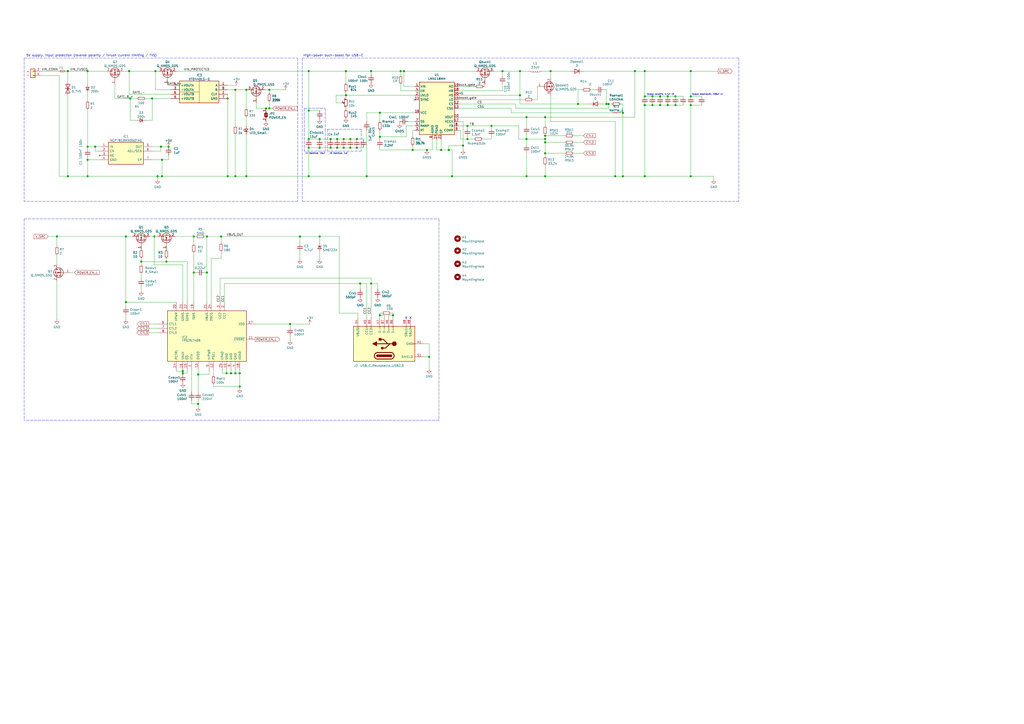
<source format=kicad_sch>
(kicad_sch (version 20210406) (generator eeschema)
  (paper "A2")
  (junction (at 33.02 137.16) (diameter 1.016))
  (junction (at 39.37 41.275) (diameter 1.016))
  (junction (at 39.37 102.235) (diameter 1.016))
  (junction (at 50.8 41.275) (diameter 1.016))
  (junction (at 50.8 85.09) (diameter 1.016))
  (junction (at 50.8 92.71) (diameter 1.016))
  (junction (at 50.8 102.235) (diameter 1.016))
  (junction (at 55.245 85.09) (diameter 1.016))
  (junction (at 73.025 137.16) (diameter 1.016))
  (junction (at 73.025 175.26) (diameter 1.016))
  (junction (at 74.93 41.275) (diameter 1.016))
  (junction (at 75.565 57.15) (diameter 1.016))
  (junction (at 81.915 151.765) (diameter 1.016))
  (junction (at 88.265 57.15) (diameter 1.016))
  (junction (at 89.535 137.16) (diameter 1.016))
  (junction (at 90.17 41.275) (diameter 1.016))
  (junction (at 91.44 102.235) (diameter 1.016))
  (junction (at 93.345 85.09) (diameter 1.016))
  (junction (at 93.98 92.71) (diameter 1.016))
  (junction (at 93.98 102.235) (diameter 1.016))
  (junction (at 96.52 151.765) (diameter 1.016))
  (junction (at 97.79 85.09) (diameter 1.016))
  (junction (at 106.045 215.265) (diameter 1.016))
  (junction (at 106.045 216.535) (diameter 1.016))
  (junction (at 112.395 137.16) (diameter 1.016))
  (junction (at 112.395 158.115) (diameter 1.016))
  (junction (at 114.935 217.17) (diameter 1.016))
  (junction (at 114.935 234.315) (diameter 1.016))
  (junction (at 120.015 137.16) (diameter 1.016))
  (junction (at 120.015 158.115) (diameter 1.016))
  (junction (at 128.27 137.16) (diameter 1.016))
  (junction (at 131.445 216.535) (diameter 1.016))
  (junction (at 132.08 57.15) (diameter 1.016))
  (junction (at 132.08 102.235) (diameter 1.016))
  (junction (at 133.985 216.535) (diameter 1.016))
  (junction (at 136.525 52.07) (diameter 1.016))
  (junction (at 136.525 102.235) (diameter 1.016))
  (junction (at 136.525 216.535) (diameter 1.016))
  (junction (at 139.065 216.535) (diameter 1.016))
  (junction (at 139.065 224.155) (diameter 1.016))
  (junction (at 142.875 52.07) (diameter 1.016))
  (junction (at 142.875 102.235) (diameter 1.016))
  (junction (at 154.305 62.865) (diameter 1.016))
  (junction (at 156.21 52.07) (diameter 1.016))
  (junction (at 156.21 62.865) (diameter 1.016))
  (junction (at 168.275 187.96) (diameter 1.016))
  (junction (at 173.99 137.16) (diameter 1.016))
  (junction (at 179.07 41.275) (diameter 1.016))
  (junction (at 179.07 64.135) (diameter 1.016))
  (junction (at 179.07 80.645) (diameter 1.016))
  (junction (at 179.07 85.725) (diameter 1.016))
  (junction (at 179.07 102.235) (diameter 1.016))
  (junction (at 185.42 80.645) (diameter 1.016))
  (junction (at 185.42 85.725) (diameter 1.016))
  (junction (at 185.42 137.16) (diameter 1.016))
  (junction (at 191.77 80.645) (diameter 1.016))
  (junction (at 191.77 85.725) (diameter 1.016))
  (junction (at 195.58 80.645) (diameter 1.016))
  (junction (at 195.58 85.725) (diameter 1.016))
  (junction (at 199.39 80.645) (diameter 1.016))
  (junction (at 199.39 85.725) (diameter 1.016))
  (junction (at 200.66 41.275) (diameter 1.016))
  (junction (at 200.66 55.245) (diameter 1.016))
  (junction (at 203.2 80.645) (diameter 1.016))
  (junction (at 203.2 85.725) (diameter 1.016))
  (junction (at 207.01 80.645) (diameter 1.016))
  (junction (at 207.01 85.725) (diameter 1.016))
  (junction (at 208.915 164.465) (diameter 1.016))
  (junction (at 212.725 102.235) (diameter 1.016))
  (junction (at 215.265 41.275) (diameter 1.016))
  (junction (at 215.265 164.465) (diameter 1.016))
  (junction (at 220.345 65.405) (diameter 1.016))
  (junction (at 220.345 79.375) (diameter 1.016))
  (junction (at 220.345 182.88) (diameter 1.016))
  (junction (at 227.965 182.88) (diameter 1.016))
  (junction (at 232.41 41.275) (diameter 1.016))
  (junction (at 234.315 41.275) (diameter 1.016))
  (junction (at 239.395 86.995) (diameter 1.016))
  (junction (at 247.65 86.995) (diameter 1.016))
  (junction (at 248.92 207.01) (diameter 1.016))
  (junction (at 255.905 86.995) (diameter 1.016))
  (junction (at 260.35 86.995) (diameter 1.016))
  (junction (at 262.255 102.235) (diameter 1.016))
  (junction (at 268.605 84.455) (diameter 1.016))
  (junction (at 271.145 73.025) (diameter 1.016))
  (junction (at 271.145 80.645) (diameter 1.016))
  (junction (at 285.115 73.025) (diameter 1.016))
  (junction (at 291.465 41.275) (diameter 1.016))
  (junction (at 301.625 41.275) (diameter 1.016))
  (junction (at 301.625 55.245) (diameter 1.016))
  (junction (at 305.435 67.945) (diameter 1.016))
  (junction (at 305.435 80.645) (diameter 1.016))
  (junction (at 305.435 102.235) (diameter 1.016))
  (junction (at 316.23 67.945) (diameter 1.016))
  (junction (at 316.23 78.74) (diameter 1.016))
  (junction (at 316.23 80.645) (diameter 1.016))
  (junction (at 316.23 82.55) (diameter 1.016))
  (junction (at 316.23 88.9) (diameter 1.016))
  (junction (at 316.23 102.235) (diameter 1.016))
  (junction (at 319.405 41.275) (diameter 1.016))
  (junction (at 335.28 60.325) (diameter 1.016))
  (junction (at 351.79 60.325) (diameter 1.016))
  (junction (at 353.06 60.325) (diameter 1.016))
  (junction (at 356.87 102.235) (diameter 1.016))
  (junction (at 361.315 65.405) (diameter 1.016))
  (junction (at 361.315 102.235) (diameter 1.016))
  (junction (at 368.3 41.275) (diameter 1.016))
  (junction (at 374.015 41.275) (diameter 1.016))
  (junction (at 374.015 55.88) (diameter 1.016))
  (junction (at 374.015 60.96) (diameter 1.016))
  (junction (at 374.015 102.235) (diameter 1.016))
  (junction (at 378.46 55.88) (diameter 1.016))
  (junction (at 378.46 60.96) (diameter 1.016))
  (junction (at 382.905 55.88) (diameter 1.016))
  (junction (at 382.905 60.96) (diameter 1.016))
  (junction (at 387.35 55.88) (diameter 1.016))
  (junction (at 387.35 60.96) (diameter 1.016))
  (junction (at 391.795 55.88) (diameter 1.016))
  (junction (at 391.795 60.96) (diameter 1.016))
  (junction (at 400.685 41.275) (diameter 1.016))
  (junction (at 400.685 55.88) (diameter 1.016))
  (junction (at 400.685 60.96) (diameter 1.016))
  (junction (at 400.685 102.235) (diameter 1.016))
  (no_connect (at 235.585 184.15))
  (no_connect (at 238.125 184.15))
  (no_connect (at 240.665 57.785))
  (wire (pts (xy 24.13 41.275) (xy 33.655 41.275)))
  (wire (pts (xy 24.13 43.815) (xy 34.29 43.815)))
  (wire (pts (xy 27.94 137.16) (xy 33.02 137.16)))
  (wire (pts (xy 33.02 137.16) (xy 33.02 142.875)))
  (wire (pts (xy 33.02 137.16) (xy 73.025 137.16)))
  (wire (pts (xy 33.02 147.955) (xy 33.02 153.035)))
  (wire (pts (xy 33.02 163.195) (xy 33.02 185.42)))
  (wire (pts (xy 34.29 43.815) (xy 34.29 102.235)))
  (wire (pts (xy 34.29 102.235) (xy 39.37 102.235)))
  (wire (pts (xy 38.735 41.275) (xy 39.37 41.275)))
  (wire (pts (xy 39.37 41.275) (xy 39.37 47.625)))
  (wire (pts (xy 39.37 41.275) (xy 50.8 41.275)))
  (wire (pts (xy 39.37 55.245) (xy 39.37 102.235)))
  (wire (pts (xy 39.37 102.235) (xy 50.8 102.235)))
  (wire (pts (xy 40.64 158.115) (xy 43.18 158.115)))
  (wire (pts (xy 50.8 41.275) (xy 50.8 48.895)))
  (wire (pts (xy 50.8 41.275) (xy 61.595 41.275)))
  (wire (pts (xy 50.8 53.975) (xy 50.8 58.42)))
  (wire (pts (xy 50.8 63.5) (xy 50.8 85.09)))
  (wire (pts (xy 50.8 85.09) (xy 50.8 86.36)))
  (wire (pts (xy 50.8 85.09) (xy 55.245 85.09)))
  (wire (pts (xy 50.8 91.44) (xy 50.8 92.71)))
  (wire (pts (xy 50.8 92.71) (xy 50.8 102.235)))
  (wire (pts (xy 50.8 92.71) (xy 57.785 92.71)))
  (wire (pts (xy 50.8 102.235) (xy 91.44 102.235)))
  (wire (pts (xy 55.245 85.09) (xy 57.785 85.09)))
  (wire (pts (xy 55.245 87.63) (xy 55.245 85.09)))
  (wire (pts (xy 57.785 87.63) (xy 55.245 87.63)))
  (wire (pts (xy 66.675 57.15) (xy 66.675 48.895)))
  (wire (pts (xy 66.675 57.15) (xy 75.565 57.15)))
  (wire (pts (xy 71.755 41.275) (xy 74.93 41.275)))
  (wire (pts (xy 73.025 137.16) (xy 76.835 137.16)))
  (wire (pts (xy 73.025 175.26) (xy 73.025 137.16)))
  (wire (pts (xy 73.025 175.26) (xy 73.025 177.8)))
  (wire (pts (xy 73.025 182.88) (xy 73.025 185.42)))
  (wire (pts (xy 74.93 41.275) (xy 74.93 54.61)))
  (wire (pts (xy 74.93 41.275) (xy 90.17 41.275)))
  (wire (pts (xy 74.93 54.61) (xy 99.06 54.61)))
  (wire (pts (xy 75.565 57.15) (xy 79.375 57.15)))
  (wire (pts (xy 75.565 69.85) (xy 75.565 57.15)))
  (wire (pts (xy 79.375 69.85) (xy 75.565 69.85)))
  (wire (pts (xy 81.915 149.86) (xy 81.915 151.765)))
  (wire (pts (xy 81.915 151.765) (xy 81.915 153.67)))
  (wire (pts (xy 81.915 158.75) (xy 81.915 161.29)))
  (wire (pts (xy 81.915 166.37) (xy 81.915 168.91)))
  (wire (pts (xy 84.455 57.15) (xy 88.265 57.15)))
  (wire (pts (xy 84.455 69.85) (xy 88.265 69.85)))
  (wire (pts (xy 86.36 187.96) (xy 92.075 187.96)))
  (wire (pts (xy 86.36 190.5) (xy 92.075 190.5)))
  (wire (pts (xy 86.36 193.04) (xy 92.075 193.04)))
  (wire (pts (xy 86.995 137.16) (xy 89.535 137.16)))
  (wire (pts (xy 88.265 57.15) (xy 99.06 57.15)))
  (wire (pts (xy 88.265 69.85) (xy 88.265 57.15)))
  (wire (pts (xy 88.265 85.09) (xy 93.345 85.09)))
  (wire (pts (xy 88.265 87.63) (xy 93.345 87.63)))
  (wire (pts (xy 88.265 92.71) (xy 93.98 92.71)))
  (wire (pts (xy 89.535 137.16) (xy 89.535 153.67)))
  (wire (pts (xy 89.535 137.16) (xy 91.44 137.16)))
  (wire (pts (xy 89.535 153.67) (xy 106.045 153.67)))
  (wire (pts (xy 90.17 41.275) (xy 92.075 41.275)))
  (wire (pts (xy 90.17 52.07) (xy 90.17 41.275)))
  (wire (pts (xy 90.17 52.07) (xy 99.06 52.07)))
  (wire (pts (xy 91.44 102.235) (xy 91.44 104.14)))
  (wire (pts (xy 91.44 102.235) (xy 93.98 102.235)))
  (wire (pts (xy 93.345 85.09) (xy 97.79 85.09)))
  (wire (pts (xy 93.345 87.63) (xy 93.345 85.09)))
  (wire (pts (xy 93.98 92.71) (xy 93.98 102.235)))
  (wire (pts (xy 93.98 92.71) (xy 97.79 92.71)))
  (wire (pts (xy 93.98 102.235) (xy 132.08 102.235)))
  (wire (pts (xy 96.52 149.86) (xy 96.52 151.765)))
  (wire (pts (xy 96.52 151.765) (xy 81.915 151.765)))
  (wire (pts (xy 96.52 151.765) (xy 108.585 151.765)))
  (wire (pts (xy 97.155 48.895) (xy 97.155 49.53)))
  (wire (pts (xy 97.155 49.53) (xy 99.06 49.53)))
  (wire (pts (xy 97.79 92.71) (xy 97.79 90.17)))
  (wire (pts (xy 101.6 137.16) (xy 112.395 137.16)))
  (wire (pts (xy 102.235 41.275) (xy 179.07 41.275)))
  (wire (pts (xy 102.235 175.26) (xy 73.025 175.26)))
  (wire (pts (xy 102.235 214.63) (xy 102.235 215.265)))
  (wire (pts (xy 102.235 215.265) (xy 106.045 215.265)))
  (wire (pts (xy 106.045 153.67) (xy 106.045 175.26)))
  (wire (pts (xy 106.045 214.63) (xy 106.045 215.265)))
  (wire (pts (xy 106.045 215.265) (xy 106.045 216.535)))
  (wire (pts (xy 106.045 216.535) (xy 106.045 217.17)))
  (wire (pts (xy 108.585 175.26) (xy 108.585 151.765)))
  (wire (pts (xy 108.585 214.63) (xy 108.585 216.535)))
  (wire (pts (xy 108.585 216.535) (xy 106.045 216.535)))
  (wire (pts (xy 111.125 214.63) (xy 111.125 227.33)))
  (wire (pts (xy 111.125 232.41) (xy 111.125 234.315)))
  (wire (pts (xy 111.125 234.315) (xy 114.935 234.315)))
  (wire (pts (xy 112.395 137.16) (xy 112.395 141.605)))
  (wire (pts (xy 112.395 137.16) (xy 113.665 137.16)))
  (wire (pts (xy 112.395 146.685) (xy 112.395 158.115)))
  (wire (pts (xy 112.395 158.115) (xy 112.395 175.26)))
  (wire (pts (xy 112.395 158.115) (xy 113.665 158.115)))
  (wire (pts (xy 114.935 214.63) (xy 114.935 217.17)))
  (wire (pts (xy 114.935 217.17) (xy 114.935 227.33)))
  (wire (pts (xy 114.935 232.41) (xy 114.935 234.315)))
  (wire (pts (xy 114.935 234.315) (xy 114.935 236.22)))
  (wire (pts (xy 118.745 137.16) (xy 120.015 137.16)))
  (wire (pts (xy 118.745 158.115) (xy 120.015 158.115)))
  (wire (pts (xy 120.015 137.16) (xy 120.015 158.115)))
  (wire (pts (xy 120.015 137.16) (xy 128.27 137.16)))
  (wire (pts (xy 120.015 158.115) (xy 120.015 175.26)))
  (wire (pts (xy 121.285 214.63) (xy 121.285 217.17)))
  (wire (pts (xy 121.285 217.17) (xy 114.935 217.17)))
  (wire (pts (xy 122.555 149.86) (xy 128.27 149.86)))
  (wire (pts (xy 122.555 175.26) (xy 122.555 149.86)))
  (wire (pts (xy 123.825 214.63) (xy 123.825 217.805)))
  (wire (pts (xy 123.825 222.885) (xy 123.825 224.155)))
  (wire (pts (xy 123.825 224.155) (xy 139.065 224.155)))
  (wire (pts (xy 127.635 161.29) (xy 127.635 175.26)))
  (wire (pts (xy 127.635 161.29) (xy 215.265 161.29)))
  (wire (pts (xy 128.27 137.16) (xy 128.27 140.97)))
  (wire (pts (xy 128.27 146.05) (xy 128.27 149.86)))
  (wire (pts (xy 128.905 214.63) (xy 128.905 216.535)))
  (wire (pts (xy 128.905 216.535) (xy 131.445 216.535)))
  (wire (pts (xy 130.175 164.465) (xy 130.175 175.26)))
  (wire (pts (xy 131.445 214.63) (xy 131.445 216.535)))
  (wire (pts (xy 131.445 216.535) (xy 133.985 216.535)))
  (wire (pts (xy 132.08 49.53) (xy 137.16 49.53)))
  (wire (pts (xy 132.08 52.07) (xy 136.525 52.07)))
  (wire (pts (xy 132.08 54.61) (xy 132.08 57.15)))
  (wire (pts (xy 132.08 57.15) (xy 132.08 102.235)))
  (wire (pts (xy 132.08 102.235) (xy 136.525 102.235)))
  (wire (pts (xy 133.985 214.63) (xy 133.985 216.535)))
  (wire (pts (xy 133.985 216.535) (xy 136.525 216.535)))
  (wire (pts (xy 136.525 52.07) (xy 136.525 73.025)))
  (wire (pts (xy 136.525 52.07) (xy 142.875 52.07)))
  (wire (pts (xy 136.525 78.105) (xy 136.525 102.235)))
  (wire (pts (xy 136.525 102.235) (xy 142.875 102.235)))
  (wire (pts (xy 136.525 214.63) (xy 136.525 216.535)))
  (wire (pts (xy 136.525 216.535) (xy 139.065 216.535)))
  (wire (pts (xy 139.065 214.63) (xy 139.065 216.535)))
  (wire (pts (xy 139.065 216.535) (xy 139.065 224.155)))
  (wire (pts (xy 139.065 224.155) (xy 139.065 225.425)))
  (wire (pts (xy 142.875 52.07) (xy 143.51 52.07)))
  (wire (pts (xy 142.875 62.865) (xy 142.875 52.07)))
  (wire (pts (xy 142.875 67.945) (xy 142.875 73.025)))
  (wire (pts (xy 142.875 78.105) (xy 142.875 102.235)))
  (wire (pts (xy 142.875 102.235) (xy 179.07 102.235)))
  (wire (pts (xy 147.955 187.96) (xy 168.275 187.96)))
  (wire (pts (xy 148.59 62.865) (xy 148.59 59.69)))
  (wire (pts (xy 148.59 62.865) (xy 154.305 62.865)))
  (wire (pts (xy 153.67 52.07) (xy 156.21 52.07)))
  (wire (pts (xy 154.305 62.865) (xy 156.21 62.865)))
  (wire (pts (xy 156.21 52.07) (xy 156.21 53.975)))
  (wire (pts (xy 156.21 52.07) (xy 165.735 52.07)))
  (wire (pts (xy 156.21 59.055) (xy 156.21 62.865)))
  (wire (pts (xy 156.21 62.865) (xy 158.115 62.865)))
  (wire (pts (xy 168.275 187.96) (xy 168.275 189.865)))
  (wire (pts (xy 168.275 187.96) (xy 179.705 187.96)))
  (wire (pts (xy 168.275 194.945) (xy 168.275 197.485)))
  (wire (pts (xy 173.99 137.16) (xy 128.27 137.16)))
  (wire (pts (xy 173.99 137.16) (xy 173.99 140.97)))
  (wire (pts (xy 173.99 146.05) (xy 173.99 150.495)))
  (wire (pts (xy 179.07 41.275) (xy 179.07 64.135)))
  (wire (pts (xy 179.07 41.275) (xy 200.66 41.275)))
  (wire (pts (xy 179.07 64.135) (xy 179.07 80.645)))
  (wire (pts (xy 179.07 64.135) (xy 185.42 64.135)))
  (wire (pts (xy 179.07 80.645) (xy 185.42 80.645)))
  (wire (pts (xy 179.07 85.725) (xy 179.07 102.235)))
  (wire (pts (xy 179.07 85.725) (xy 185.42 85.725)))
  (wire (pts (xy 179.07 102.235) (xy 212.725 102.235)))
  (wire (pts (xy 185.42 80.645) (xy 191.77 80.645)))
  (wire (pts (xy 185.42 85.725) (xy 191.77 85.725)))
  (wire (pts (xy 185.42 137.16) (xy 173.99 137.16)))
  (wire (pts (xy 185.42 137.16) (xy 185.42 140.97)))
  (wire (pts (xy 185.42 146.05) (xy 185.42 150.495)))
  (wire (pts (xy 191.77 80.645) (xy 195.58 80.645)))
  (wire (pts (xy 191.77 85.725) (xy 195.58 85.725)))
  (wire (pts (xy 194.945 55.245) (xy 200.66 55.245)))
  (wire (pts (xy 194.945 59.69) (xy 194.945 55.245)))
  (wire (pts (xy 195.58 80.645) (xy 199.39 80.645)))
  (wire (pts (xy 195.58 85.725) (xy 199.39 85.725)))
  (wire (pts (xy 196.85 137.16) (xy 185.42 137.16)))
  (wire (pts (xy 196.85 137.16) (xy 196.85 181.61)))
  (wire (pts (xy 198.12 59.69) (xy 194.945 59.69)))
  (wire (pts (xy 199.39 80.645) (xy 203.2 80.645)))
  (wire (pts (xy 199.39 85.725) (xy 203.2 85.725)))
  (wire (pts (xy 200.66 41.275) (xy 200.66 48.26)))
  (wire (pts (xy 200.66 41.275) (xy 215.265 41.275)))
  (wire (pts (xy 200.66 53.34) (xy 200.66 55.245)))
  (wire (pts (xy 200.66 55.245) (xy 200.66 57.15)))
  (wire (pts (xy 200.66 55.245) (xy 240.665 55.245)))
  (wire (pts (xy 200.66 62.23) (xy 200.66 63.5)))
  (wire (pts (xy 203.2 80.645) (xy 207.01 80.645)))
  (wire (pts (xy 203.2 85.725) (xy 207.01 85.725)))
  (wire (pts (xy 207.01 80.645) (xy 210.82 80.645)))
  (wire (pts (xy 207.01 85.725) (xy 210.82 85.725)))
  (wire (pts (xy 207.645 181.61) (xy 196.85 181.61)))
  (wire (pts (xy 207.645 184.15) (xy 207.645 181.61)))
  (wire (pts (xy 208.915 164.465) (xy 130.175 164.465)))
  (wire (pts (xy 208.915 164.465) (xy 208.915 167.64)))
  (wire (pts (xy 212.725 65.405) (xy 212.725 70.485)))
  (wire (pts (xy 212.725 65.405) (xy 220.345 65.405)))
  (wire (pts (xy 212.725 75.565) (xy 212.725 102.235)))
  (wire (pts (xy 212.725 102.235) (xy 262.255 102.235)))
  (wire (pts (xy 212.725 164.465) (xy 208.915 164.465)))
  (wire (pts (xy 212.725 164.465) (xy 212.725 184.15)))
  (wire (pts (xy 215.265 41.275) (xy 215.265 43.18)))
  (wire (pts (xy 215.265 41.275) (xy 232.41 41.275)))
  (wire (pts (xy 215.265 161.29) (xy 215.265 164.465)))
  (wire (pts (xy 215.265 164.465) (xy 215.265 184.15)))
  (wire (pts (xy 219.075 164.465) (xy 215.265 164.465)))
  (wire (pts (xy 219.075 167.64) (xy 219.075 164.465)))
  (wire (pts (xy 220.345 65.405) (xy 240.665 65.405)))
  (wire (pts (xy 220.345 70.485) (xy 220.345 65.405)))
  (wire (pts (xy 220.345 79.375) (xy 220.345 75.565)))
  (wire (pts (xy 220.345 80.645) (xy 220.345 79.375)))
  (wire (pts (xy 220.345 86.995) (xy 220.345 85.725)))
  (wire (pts (xy 220.345 181.61) (xy 220.345 182.88)))
  (wire (pts (xy 220.345 182.88) (xy 220.345 184.15)))
  (wire (pts (xy 220.345 182.88) (xy 222.885 182.88)))
  (wire (pts (xy 221.615 181.61) (xy 220.345 181.61)))
  (wire (pts (xy 222.885 184.15) (xy 222.885 182.88)))
  (wire (pts (xy 225.425 182.88) (xy 227.965 182.88)))
  (wire (pts (xy 225.425 184.15) (xy 225.425 182.88)))
  (wire (pts (xy 226.695 181.61) (xy 227.965 181.61)))
  (wire (pts (xy 227.965 181.61) (xy 227.965 182.88)))
  (wire (pts (xy 227.965 182.88) (xy 227.965 184.15)))
  (wire (pts (xy 231.775 71.755) (xy 231.775 70.485)))
  (wire (pts (xy 232.41 41.275) (xy 232.41 43.815)))
  (wire (pts (xy 232.41 41.275) (xy 234.315 41.275)))
  (wire (pts (xy 232.41 48.895) (xy 232.41 52.705)))
  (wire (pts (xy 232.41 52.705) (xy 240.665 52.705)))
  (wire (pts (xy 234.315 41.275) (xy 276.225 41.275)))
  (wire (pts (xy 234.315 50.165) (xy 234.315 41.275)))
  (wire (pts (xy 234.315 50.165) (xy 240.665 50.165)))
  (wire (pts (xy 235.585 73.025) (xy 235.585 79.375)))
  (wire (pts (xy 235.585 79.375) (xy 220.345 79.375)))
  (wire (pts (xy 236.855 70.485) (xy 240.665 70.485)))
  (wire (pts (xy 239.395 75.565) (xy 240.665 75.565)))
  (wire (pts (xy 239.395 79.375) (xy 239.395 75.565)))
  (wire (pts (xy 239.395 84.455) (xy 239.395 86.995)))
  (wire (pts (xy 239.395 86.995) (xy 220.345 86.995)))
  (wire (pts (xy 239.395 86.995) (xy 247.65 86.995)))
  (wire (pts (xy 240.665 73.025) (xy 235.585 73.025)))
  (wire (pts (xy 245.745 199.39) (xy 248.92 199.39)))
  (wire (pts (xy 245.745 207.01) (xy 248.92 207.01)))
  (wire (pts (xy 247.65 86.995) (xy 250.825 86.995)))
  (wire (pts (xy 248.92 199.39) (xy 248.92 207.01)))
  (wire (pts (xy 248.92 207.01) (xy 248.92 213.995)))
  (wire (pts (xy 250.825 80.645) (xy 250.825 86.995)))
  (wire (pts (xy 253.365 80.645) (xy 253.365 86.995)))
  (wire (pts (xy 253.365 86.995) (xy 255.905 86.995)))
  (wire (pts (xy 255.905 80.645) (xy 255.905 86.995)))
  (wire (pts (xy 255.905 86.995) (xy 260.35 86.995)))
  (wire (pts (xy 260.35 84.455) (xy 260.35 86.995)))
  (wire (pts (xy 260.35 84.455) (xy 268.605 84.455)))
  (wire (pts (xy 260.35 86.995) (xy 262.255 86.995)))
  (wire (pts (xy 262.255 86.995) (xy 262.255 102.235)))
  (wire (pts (xy 262.255 102.235) (xy 305.435 102.235)))
  (wire (pts (xy 266.065 50.165) (xy 275.59 50.165)))
  (wire (pts (xy 266.065 55.245) (xy 301.625 55.245)))
  (wire (pts (xy 266.065 57.785) (xy 304.165 57.785)))
  (wire (pts (xy 266.065 60.325) (xy 299.085 60.325)))
  (wire (pts (xy 266.065 62.865) (xy 296.545 62.865)))
  (wire (pts (xy 266.065 67.945) (xy 305.435 67.945)))
  (wire (pts (xy 266.065 70.485) (xy 268.605 70.485)))
  (wire (pts (xy 266.065 73.025) (xy 271.145 73.025)))
  (wire (pts (xy 266.065 75.565) (xy 267.335 75.565)))
  (wire (pts (xy 267.335 75.565) (xy 267.335 80.645)))
  (wire (pts (xy 267.335 80.645) (xy 271.145 80.645)))
  (wire (pts (xy 268.605 70.485) (xy 268.605 84.455)))
  (wire (pts (xy 268.605 84.455) (xy 268.605 86.995)))
  (wire (pts (xy 271.145 73.025) (xy 285.115 73.025)))
  (wire (pts (xy 271.145 74.295) (xy 271.145 73.025)))
  (wire (pts (xy 271.145 80.645) (xy 271.145 79.375)))
  (wire (pts (xy 274.955 80.645) (xy 271.145 80.645)))
  (wire (pts (xy 280.67 50.165) (xy 281.305 50.165)))
  (wire (pts (xy 281.305 50.165) (xy 281.305 48.895)))
  (wire (pts (xy 285.115 73.025) (xy 285.115 74.295)))
  (wire (pts (xy 285.115 73.025) (xy 300.99 73.025)))
  (wire (pts (xy 285.115 79.375) (xy 285.115 80.645)))
  (wire (pts (xy 285.115 80.645) (xy 280.035 80.645)))
  (wire (pts (xy 286.385 41.275) (xy 291.465 41.275)))
  (wire (pts (xy 291.465 41.275) (xy 291.465 43.815)))
  (wire (pts (xy 291.465 48.895) (xy 291.465 52.705)))
  (wire (pts (xy 291.465 52.705) (xy 266.065 52.705)))
  (wire (pts (xy 296.545 65.405) (xy 296.545 62.865)))
  (wire (pts (xy 296.545 65.405) (xy 354.965 65.405)))
  (wire (pts (xy 299.085 60.325) (xy 299.085 62.865)))
  (wire (pts (xy 299.085 62.865) (xy 353.06 62.865)))
  (wire (pts (xy 300.99 80.645) (xy 300.99 73.025)))
  (wire (pts (xy 301.625 41.275) (xy 291.465 41.275)))
  (wire (pts (xy 301.625 55.245) (xy 301.625 41.275)))
  (wire (pts (xy 301.625 55.245) (xy 301.625 60.325)))
  (wire (pts (xy 301.625 60.325) (xy 335.28 60.325)))
  (wire (pts (xy 305.435 67.945) (xy 305.435 73.025)))
  (wire (pts (xy 305.435 67.945) (xy 316.23 67.945)))
  (wire (pts (xy 305.435 78.105) (xy 305.435 80.645)))
  (wire (pts (xy 305.435 80.645) (xy 300.99 80.645)))
  (wire (pts (xy 305.435 80.645) (xy 305.435 83.82)))
  (wire (pts (xy 305.435 88.9) (xy 305.435 102.235)))
  (wire (pts (xy 305.435 102.235) (xy 316.23 102.235)))
  (wire (pts (xy 306.705 41.275) (xy 301.625 41.275)))
  (wire (pts (xy 309.245 57.785) (xy 311.785 57.785)))
  (wire (pts (xy 311.785 50.165) (xy 311.785 57.785)))
  (wire (pts (xy 314.325 41.275) (xy 319.405 41.275)))
  (wire (pts (xy 316.23 67.945) (xy 368.3 67.945)))
  (wire (pts (xy 316.23 73.025) (xy 316.23 67.945)))
  (wire (pts (xy 316.23 78.105) (xy 316.23 78.74)))
  (wire (pts (xy 316.23 78.74) (xy 316.23 80.645)))
  (wire (pts (xy 316.23 78.74) (xy 327.66 78.74)))
  (wire (pts (xy 316.23 80.645) (xy 305.435 80.645)))
  (wire (pts (xy 316.23 80.645) (xy 316.23 82.55)))
  (wire (pts (xy 316.23 82.55) (xy 316.23 88.9)))
  (wire (pts (xy 316.23 82.55) (xy 327.66 82.55)))
  (wire (pts (xy 316.23 88.9) (xy 316.23 90.805)))
  (wire (pts (xy 316.23 88.9) (xy 327.66 88.9)))
  (wire (pts (xy 316.23 95.885) (xy 316.23 102.235)))
  (wire (pts (xy 316.23 102.235) (xy 356.87 102.235)))
  (wire (pts (xy 319.405 41.275) (xy 319.405 45.085)))
  (wire (pts (xy 319.405 41.275) (xy 330.835 41.275)))
  (wire (pts (xy 319.405 55.245) (xy 319.405 70.485)))
  (wire (pts (xy 319.405 70.485) (xy 356.87 70.485)))
  (wire (pts (xy 332.74 78.74) (xy 338.455 78.74)))
  (wire (pts (xy 332.74 82.55) (xy 338.455 82.55)))
  (wire (pts (xy 332.74 88.9) (xy 338.455 88.9)))
  (wire (pts (xy 335.28 52.07) (xy 335.28 60.325)))
  (wire (pts (xy 335.28 60.325) (xy 341.63 60.325)))
  (wire (pts (xy 337.82 52.07) (xy 335.28 52.07)))
  (wire (pts (xy 338.455 41.275) (xy 368.3 41.275)))
  (wire (pts (xy 342.9 52.07) (xy 345.44 52.07)))
  (wire (pts (xy 349.25 60.325) (xy 351.79 60.325)))
  (wire (pts (xy 351.79 52.07) (xy 350.52 52.07)))
  (wire (pts (xy 351.79 60.325) (xy 351.79 52.07)))
  (wire (pts (xy 351.79 60.325) (xy 353.06 60.325)))
  (wire (pts (xy 353.06 60.325) (xy 354.965 60.325)))
  (wire (pts (xy 353.06 62.865) (xy 353.06 60.325)))
  (wire (pts (xy 356.87 70.485) (xy 356.87 102.235)))
  (wire (pts (xy 356.87 102.235) (xy 361.315 102.235)))
  (wire (pts (xy 360.045 60.325) (xy 361.315 60.325)))
  (wire (pts (xy 360.045 65.405) (xy 361.315 65.405)))
  (wire (pts (xy 361.315 60.325) (xy 361.315 65.405)))
  (wire (pts (xy 361.315 65.405) (xy 361.315 102.235)))
  (wire (pts (xy 361.315 102.235) (xy 374.015 102.235)))
  (wire (pts (xy 368.3 41.275) (xy 374.015 41.275)))
  (wire (pts (xy 368.3 67.945) (xy 368.3 41.275)))
  (wire (pts (xy 374.015 41.275) (xy 374.015 55.88)))
  (wire (pts (xy 374.015 41.275) (xy 400.685 41.275)))
  (wire (pts (xy 374.015 55.88) (xy 378.46 55.88)))
  (wire (pts (xy 374.015 60.96) (xy 374.015 102.235)))
  (wire (pts (xy 374.015 60.96) (xy 378.46 60.96)))
  (wire (pts (xy 374.015 102.235) (xy 400.685 102.235)))
  (wire (pts (xy 378.46 55.88) (xy 382.905 55.88)))
  (wire (pts (xy 378.46 60.96) (xy 382.905 60.96)))
  (wire (pts (xy 382.905 55.88) (xy 387.35 55.88)))
  (wire (pts (xy 382.905 60.96) (xy 387.35 60.96)))
  (wire (pts (xy 387.35 55.88) (xy 391.795 55.88)))
  (wire (pts (xy 387.35 60.96) (xy 391.795 60.96)))
  (wire (pts (xy 391.795 55.88) (xy 396.24 55.88)))
  (wire (pts (xy 391.795 60.96) (xy 396.24 60.96)))
  (wire (pts (xy 400.685 41.275) (xy 400.685 55.88)))
  (wire (pts (xy 400.685 41.275) (xy 416.56 41.275)))
  (wire (pts (xy 400.685 55.88) (xy 407.035 55.88)))
  (wire (pts (xy 400.685 60.96) (xy 400.685 102.235)))
  (wire (pts (xy 400.685 102.235) (xy 414.02 102.235)))
  (wire (pts (xy 407.035 60.96) (xy 400.685 60.96)))
  (wire (pts (xy 414.02 102.235) (xy 414.02 104.14)))
  (polyline (pts (xy 13.97 33.655) (xy 13.97 116.84)) (stroke (width 0) (type dash)))
  (polyline (pts (xy 13.97 33.655) (xy 172.72 33.655)) (stroke (width 0) (type dash)))
  (polyline (pts (xy 13.97 127) (xy 13.97 243.84)) (stroke (width 0) (type dash)))
  (polyline (pts (xy 13.97 127) (xy 254.635 127)) (stroke (width 0) (type dash)))
  (polyline (pts (xy 172.72 33.655) (xy 172.72 116.84)) (stroke (width 0) (type dash)))
  (polyline (pts (xy 172.72 116.84) (xy 13.97 116.84)) (stroke (width 0) (type dash)))
  (polyline (pts (xy 175.26 33.655) (xy 175.26 116.84)) (stroke (width 0) (type dash)))
  (polyline (pts (xy 175.26 33.655) (xy 428.625 33.655)) (stroke (width 0) (type dash)))
  (polyline (pts (xy 176.53 62.865) (xy 176.53 74.93)) (stroke (width 0) (type dash)))
  (polyline (pts (xy 176.53 62.865) (xy 188.595 62.865)) (stroke (width 0) (type dash)))
  (polyline (pts (xy 176.53 74.93) (xy 176.53 87.63)) (stroke (width 0) (type dash)))
  (polyline (pts (xy 188.595 62.865) (xy 188.595 74.93)) (stroke (width 0) (type dash)))
  (polyline (pts (xy 188.595 74.93) (xy 188.595 87.63)) (stroke (width 0) (type dash)))
  (polyline (pts (xy 188.595 87.63) (xy 176.53 87.63)) (stroke (width 0) (type dash)))
  (polyline (pts (xy 189.865 74.93) (xy 189.865 87.63)) (stroke (width 0) (type dash)))
  (polyline (pts (xy 189.865 74.93) (xy 209.55 74.93)) (stroke (width 0) (type dash)))
  (polyline (pts (xy 209.55 74.93) (xy 209.55 87.63)) (stroke (width 0) (type dash)))
  (polyline (pts (xy 209.55 87.63) (xy 189.865 87.63)) (stroke (width 0) (type dash)))
  (polyline (pts (xy 254.635 127) (xy 254.635 243.84)) (stroke (width 0) (type dash)))
  (polyline (pts (xy 254.635 243.84) (xy 13.97 243.84)) (stroke (width 0) (type dash)))
  (polyline (pts (xy 428.625 33.655) (xy 428.625 116.84)) (stroke (width 0) (type dash)))
  (polyline (pts (xy 428.625 116.84) (xy 175.26 116.84)) (stroke (width 0) (type dash)))
  (text "5V supply, input protection (reverse polarity / inrush current limiting / TVS)" (at 15.24 33.02 0) (effects (font (size 1.27 1.27)) (justify left bottom)))
  (text "+\n-" (at 15.24 44.45 0) (effects (font (size 1.27 1.27)) (justify left bottom)))
  (text "High-power buck-boost for USB-C" (at 175.895 33.02 0) (effects (font (size 1.27 1.27)) (justify left bottom)))
  (text "X4 identical, 15uF" (at 177.165 89.535 0) (effects (font (size 0.8 0.8)) (justify left bottom)))
  (text "X5 identical, 1uF" (at 191.135 89.535 0) (effects (font (size 0.8 0.8)) (justify left bottom)))
  (text "Output ceramic, 4.7uF x5" (at 375.285 55.245 0) (effects (font (size 0.8 0.8)) (justify left bottom)))
  (text "Output electrolytic, 100uF x4" (at 401.32 55.245 0) (effects (font (size 0.8 0.8)) (justify left bottom)))
  (label "VIN_CONN" (at 24.13 41.275 0))
  (label "VIN_FUSED" (at 40.64 41.275 0))
  (label "GATE_B_+" (at 67.945 57.15 0))
  (label "GATE_-" (at 76.835 54.61 0))
  (label "GATE_A+" (at 97.155 49.53 0))
  (label "VIN_PROTECTED" (at 106.68 41.275 0))
  (label "CC2" (at 127.635 175.26 90))
  (label "CC1" (at 130.175 175.26 90))
  (label "VBUS_OUT" (at 131.445 137.16 0))
  (label "CC1" (at 212.725 182.245 90))
  (label "CC2" (at 215.265 182.245 90))
  (label "buck_gate" (at 266.065 50.165 0))
  (label "HS" (at 266.065 55.245 0))
  (label "boost_gate" (at 266.065 57.785 0))
  (label "FB" (at 272.415 73.025 0))
  (label "CS" (at 276.86 60.325 0))
  (label "CSG" (at 276.86 62.865 0))
  (global_label "V_SRC" (shape input) (at 27.94 137.16 180) (property "Intersheet References" "${INTERSHEET_REFS}" (effects hide)))
  (global_label "POWER_EN_L" (shape input) (at 43.18 158.115 0) (property "Intersheet References" "${INTERSHEET_REFS}" (effects hide)))
  (global_label "CTL1" (shape output) (at 86.36 187.96 180) (property "Intersheet References" "${INTERSHEET_REFS}" (effects hide)))
  (global_label "CTL2" (shape output) (at 86.36 190.5 180) (property "Intersheet References" "${INTERSHEET_REFS}" (effects hide)))
  (global_label "CTL3" (shape output) (at 86.36 193.04 180) (property "Intersheet References" "${INTERSHEET_REFS}" (effects hide)))
  (global_label "POWER_EN_L" (shape output) (at 147.955 196.85 0) (property "Intersheet References" "${INTERSHEET_REFS}" (effects hide)))
  (global_label "POWER_EN_L" (shape input) (at 158.115 62.865 0) (property "Intersheet References" "${INTERSHEET_REFS}" (effects hide)))
  (global_label "CTL1" (shape input) (at 338.455 78.74 0) (property "Intersheet References" "${INTERSHEET_REFS}" (effects hide)))
  (global_label "CTL2" (shape input) (at 338.455 82.55 0) (property "Intersheet References" "${INTERSHEET_REFS}" (effects hide)))
  (global_label "CTL3" (shape input) (at 338.455 88.9 0) (property "Intersheet References" "${INTERSHEET_REFS}" (effects hide)))
  (global_label "V_SRC" (shape output) (at 416.56 41.275 0) (property "Intersheet References" "${INTERSHEET_REFS}" (effects hide)))
  (symbol (lib_id "power:+5V") (at 97.79 85.09 0) (unit 1)
    (property "Reference" "#PWR06" (effects hide))
    (property "Value" "+5V" (at 97.79 81.5426 0))
  )
  (symbol (lib_id "power:+5V") (at 137.16 49.53 0) (unit 1)
    (property "Reference" "#PWR08" (effects hide))
    (property "Value" "+5V" (at 137.16 45.9826 0))
  )
  (symbol (lib_id "power:+5V") (at 165.735 52.07 0) (unit 1)
    (property "Reference" "#PWR014" (effects hide))
    (property "Value" "+5V" (at 165.735 48.5226 0))
  )
  (symbol (lib_id "power:+5V") (at 179.705 187.96 0) (unit 1)
    (property "Reference" "#PWR011" (effects hide))
    (property "Value" "+5V" (at 179.705 184.4126 0))
  )
  (symbol (lib_id "Device:NetTie_2") (at 357.505 65.405 0) (unit 1)
    (property "Reference" "NT1" (at 357.505 61.7178 0))
    (property "Value" "NetTie_2" (at 357.505 64.0165 0))
    (property "Footprint" "NetTie:NetTie-2_SMD_Pad0.5mm" (effects hide))
  )
  (symbol (lib_id "Device:Fuse_Small") (at 36.195 41.275 180) (unit 1)
    (property "Reference" "F1" (at 35.56 39.3742 0))
    (property "Value" "Fuse_Small" (effects hide))
    (property "Footprint" "Fuse:F_SMD_6.1_2.6" (effects hide))
    (property "LCSC Part Number" "C182978" (effects hide))
  )
  (symbol (lib_id "power:GND") (at 33.02 185.42 0) (unit 1)
    (property "Reference" "#PWR?" (effects hide))
    (property "Value" "GND" (at 33.02 189.7444 0))
  )
  (symbol (lib_id "power:GND") (at 73.025 185.42 0) (unit 1)
    (property "Reference" "#PWR01" (effects hide))
    (property "Value" "GND" (at 73.025 189.7444 0))
  )
  (symbol (lib_id "power:GND") (at 81.915 168.91 0) (unit 1)
    (property "Reference" "#PWR02" (effects hide))
    (property "Value" "GND" (at 81.915 173.2344 0))
  )
  (symbol (lib_id "power:GND") (at 91.44 104.14 0) (unit 1)
    (property "Reference" "#PWR05" (effects hide))
    (property "Value" "GND" (at 91.44 108.4644 0))
  )
  (symbol (lib_id "power:GND") (at 106.045 222.25 0) (unit 1)
    (property "Reference" "#PWR03" (effects hide))
    (property "Value" "GND" (at 106.045 226.5744 0))
  )
  (symbol (lib_id "power:GND") (at 114.935 236.22 0) (unit 1)
    (property "Reference" "#PWR04" (effects hide))
    (property "Value" "GND" (at 114.935 240.5444 0))
  )
  (symbol (lib_id "power:GND") (at 139.065 225.425 0) (unit 1)
    (property "Reference" "#PWR07" (effects hide))
    (property "Value" "GND" (at 139.065 229.7494 0))
  )
  (symbol (lib_id "power:GND") (at 154.305 70.485 0) (unit 1)
    (property "Reference" "#PWR012" (effects hide))
    (property "Value" "GND" (at 154.305 74.8094 0))
  )
  (symbol (lib_id "power:GND") (at 168.275 197.485 0) (unit 1)
    (property "Reference" "#PWR09" (effects hide))
    (property "Value" "GND" (at 168.275 201.8094 0))
  )
  (symbol (lib_id "power:GND") (at 173.99 150.495 0) (unit 1)
    (property "Reference" "#PWR010" (effects hide))
    (property "Value" "GND" (at 173.99 154.8194 0))
  )
  (symbol (lib_id "power:GND") (at 185.42 69.215 0) (unit 1)
    (property "Reference" "#PWR016" (effects hide))
    (property "Value" "GND" (at 185.42 73.5394 0))
  )
  (symbol (lib_id "power:GND") (at 185.42 150.495 0) (unit 1)
    (property "Reference" "#PWR013" (effects hide))
    (property "Value" "GND" (at 185.42 154.8194 0))
  )
  (symbol (lib_id "power:GND") (at 200.66 68.58 0) (unit 1)
    (property "Reference" "#PWR018" (effects hide))
    (property "Value" "GND" (at 200.66 73.025 0))
  )
  (symbol (lib_id "power:GND") (at 208.915 172.72 0) (unit 1)
    (property "Reference" "#PWR015" (effects hide))
    (property "Value" "GND" (at 208.915 177.0444 0))
  )
  (symbol (lib_id "power:GND") (at 215.265 48.26 0) (unit 1)
    (property "Reference" "#PWR019" (effects hide))
    (property "Value" "GND" (at 215.265 52.5844 0))
  )
  (symbol (lib_id "power:GND") (at 219.075 172.72 0) (unit 1)
    (property "Reference" "#PWR017" (effects hide))
    (property "Value" "GND" (at 219.075 177.0444 0))
  )
  (symbol (lib_id "power:GNDS") (at 231.775 71.755 0) (unit 1)
    (property "Reference" "#PWR021" (effects hide))
    (property "Value" "GNDS" (at 231.775 76.0794 0))
  )
  (symbol (lib_id "power:GNDS") (at 247.65 86.995 0) (unit 1)
    (property "Reference" "#PWR022" (effects hide))
    (property "Value" "GNDS" (at 247.65 91.3194 0))
  )
  (symbol (lib_id "power:GND") (at 248.92 213.995 0) (unit 1)
    (property "Reference" "#PWR020" (effects hide))
    (property "Value" "GND" (at 248.92 218.3194 0))
  )
  (symbol (lib_id "power:GNDS") (at 268.605 86.995 0) (unit 1)
    (property "Reference" "#PWR023" (effects hide))
    (property "Value" "GNDS" (at 268.605 91.3194 0))
  )
  (symbol (lib_id "power:GND") (at 414.02 104.14 0) (unit 1)
    (property "Reference" "#PWR024" (effects hide))
    (property "Value" "GND" (at 414.02 108.4644 0))
  )
  (symbol (lib_id "Device:L") (at 310.515 41.275 270) (unit 1)
    (property "Reference" "L1" (at 310.515 36.6776 90))
    (property "Value" "33uH" (at 310.515 38.989 90))
    (property "Footprint" "Inductor_SMD:L_18x16.9_P12.5x4" (effects hide))
    (property "LCSC Part Number" "C357282" (effects hide))
  )
  (symbol (lib_id "Device:R_Small") (at 33.02 145.415 0) (unit 1)
    (property "Reference" "R?" (at 34.5187 144.6541 0) (effects (justify left)))
    (property "Value" "2" (at 34.5187 146.9528 0) (effects (justify left)))
    (property "Footprint" "Resistor_SMD:R_1210_3225Metric" (effects hide))
  )
  (symbol (lib_id "Device:R_Small") (at 50.8 60.96 0) (unit 1)
    (property "Reference" "R1" (at 52.2987 60.1991 0) (effects (justify left)))
    (property "Value" "2" (at 52.2987 62.4978 0) (effects (justify left)))
    (property "Footprint" "Resistor_SMD:R_1210_3225Metric" (effects hide))
  )
  (symbol (lib_id "Device:R_Small") (at 81.915 57.15 90) (unit 1)
    (property "Reference" "R4" (at 79.375 61.8702 90))
    (property "Value" "100" (at 81.915 59.7239 90))
    (property "Footprint" "Resistor_SMD:R_0603_1608Metric" (effects hide))
  )
  (symbol (lib_id "Device:R_Small") (at 81.915 147.32 0) (unit 1)
    (property "Reference" "R2" (at 77.0637 146.5591 0) (effects (justify left)))
    (property "Value" "10" (at 77.0637 148.8578 0) (effects (justify left)))
    (property "Footprint" "Resistor_SMD:R_0603_1608Metric" (effects hide))
  )
  (symbol (lib_id "Device:R_Small") (at 81.915 156.21 0) (unit 1)
    (property "Reference" "Rslew1" (at 84.0487 155.4491 0) (effects (justify left)))
    (property "Value" "R_Small" (at 84.0487 157.7478 0) (effects (justify left)))
    (property "Footprint" "Resistor_SMD:R_0603_1608Metric" (effects hide))
  )
  (symbol (lib_id "Device:R_Small") (at 96.52 147.32 0) (unit 1)
    (property "Reference" "R3" (at 91.6687 146.5591 0) (effects (justify left)))
    (property "Value" "10" (at 91.6687 148.8578 0) (effects (justify left)))
    (property "Footprint" "Resistor_SMD:R_0603_1608Metric" (effects hide))
  )
  (symbol (lib_id "Device:R_Small") (at 112.395 144.145 0) (unit 1)
    (property "Reference" "Rf1" (at 114.5287 143.3841 0) (effects (justify left)))
    (property "Value" "10" (at 114.5287 145.6828 0) (effects (justify left)))
    (property "Footprint" "Resistor_SMD:R_0603_1608Metric" (effects hide))
  )
  (symbol (lib_id "Device:R_Small") (at 116.205 137.16 90) (unit 1)
    (property "Reference" "R5" (at 116.205 132.9902 90))
    (property "Value" "5mΩ" (at 116.205 135.2889 90))
    (property "Footprint" "Resistor_SMD:R_2512_6332Metric" (effects hide))
    (property "LCSC Part Number" "C457120" (effects hide))
  )
  (symbol (lib_id "Device:R_Small") (at 123.825 220.345 0) (unit 1)
    (property "Reference" "Rsel1" (at 125.3237 219.5841 0) (effects (justify left)))
    (property "Value" "100k" (at 125.3237 221.8828 0) (effects (justify left)))
    (property "Footprint" "Resistor_SMD:R_0603_1608Metric" (effects hide))
    (property "Note" "Buy" (effects hide))
  )
  (symbol (lib_id "Device:R_Small") (at 128.27 143.51 0) (unit 1)
    (property "Reference" "R6" (at 129.7687 142.7491 0) (effects (justify left)))
    (property "Value" "180" (at 129.7687 145.0478 0) (effects (justify left)))
    (property "Footprint" "Resistor_SMD:R_0603_1608Metric" (effects hide))
  )
  (symbol (lib_id "Device:R_Small") (at 136.525 75.565 0) (unit 1)
    (property "Reference" "R?" (at 138.0237 74.8041 0) (effects (justify left)))
    (property "Value" "1k" (at 138.0237 77.1028 0) (effects (font bold) (justify left)))
    (property "Footprint" "Resistor_SMD:R_0603_1608Metric" (effects hide))
  )
  (symbol (lib_id "Device:R_Small") (at 142.875 65.405 0) (unit 1)
    (property "Reference" "R7" (at 144.3737 64.6441 0) (effects (justify left)))
    (property "Value" "330" (at 144.3737 66.9428 0) (effects (justify left)))
    (property "Footprint" "Resistor_SMD:R_0603_1608Metric" (effects hide))
  )
  (symbol (lib_id "Device:R_Small") (at 156.21 56.515 0) (unit 1)
    (property "Reference" "R8" (at 157.7087 55.7541 0) (effects (justify left)))
    (property "Value" "220k" (at 157.7087 58.0528 0) (effects (font bold) (justify left)))
    (property "Footprint" "Resistor_SMD:R_0603_1608Metric" (effects hide))
    (property "Note:" "was 10k" (effects hide))
  )
  (symbol (lib_id "Device:R_Small") (at 200.66 50.8 0) (unit 1)
    (property "Reference" "Ruv1" (at 204.47 50.165 0))
    (property "Value" "82k" (at 205.105 52.07 0))
    (property "Footprint" "Resistor_SMD:R_0603_1608Metric" (effects hide))
    (property "LCSC Part Number" "C23107" (effects hide))
  )
  (symbol (lib_id "Device:R_Small") (at 200.66 66.04 0) (unit 1)
    (property "Reference" "Ruv2" (at 204.47 65.405 0))
    (property "Value" "1k5" (at 205.105 67.31 0))
    (property "Footprint" "Resistor_SMD:R_0603_1608Metric" (effects hide))
    (property "LCSC Part Number" "C23107" (effects hide))
    (property "Note" "buy" (effects hide))
  )
  (symbol (lib_id "Device:R_Small") (at 220.345 73.025 0) (unit 1)
    (property "Reference" "Rramp1" (at 221.615 70.485 0) (effects (justify left)))
    (property "Value" "133k" (at 221.615 73.025 0) (effects (justify left)))
    (property "Footprint" "Resistor_SMD:R_0603_1608Metric" (effects hide))
    (property "LCSC Part Number" "C321714" (effects hide))
  )
  (symbol (lib_id "Device:R_Small") (at 224.155 181.61 90) (unit 1)
    (property "Reference" "R9" (at 225.425 177.4402 90))
    (property "Value" "100" (at 226.06 179.1039 90))
    (property "Footprint" "Resistor_SMD:R_0603_1608Metric" (effects hide))
  )
  (symbol (lib_id "Device:R_Small") (at 232.41 46.355 0) (unit 1)
    (property "Reference" "R10" (at 229.235 45.085 0))
    (property "Value" "1M" (at 229.235 46.99 0))
    (property "Footprint" "Resistor_SMD:R_0603_1608Metric" (effects hide))
    (property "LCSC Part Number" "C23107" (effects hide))
    (property "Note" "750k on first board" (effects hide))
  )
  (symbol (lib_id "Device:R_Small") (at 239.395 81.915 0) (unit 1)
    (property "Reference" "Rt1" (at 240.8936 80.7466 0) (effects (justify left)))
    (property "Value" "35.7k" (at 240.8936 83.058 0) (effects (font bold) (justify left)))
    (property "Footprint" "Resistor_SMD:R_0603_1608Metric" (effects hide))
    (property "LCSC Part Number" "C23091" (effects hide))
  )
  (symbol (lib_id "Device:R_Small") (at 277.495 80.645 270) (unit 1)
    (property "Reference" "Rcomp1" (at 274.955 83.185 90))
    (property "Value" "10k" (at 280.035 83.185 90))
    (property "Footprint" "Resistor_SMD:R_0603_1608Metric" (effects hide))
    (property "LCSC Part Number" "C25804" (effects hide))
  )
  (symbol (lib_id "Device:R_Small") (at 278.13 50.165 90) (unit 1)
    (property "Reference" "R11" (at 278.13 45.9952 90))
    (property "Value" "2" (at 278.13 48.2939 90))
    (property "Footprint" "Resistor_SMD:R_0603_1608Metric" (effects hide))
    (property "LCSC Part Number" "C168306" (effects hide))
  )
  (symbol (lib_id "Device:R_Small") (at 306.705 57.785 90) (unit 1)
    (property "Reference" "R12" (at 306.705 53.6152 90))
    (property "Value" "2" (at 306.705 55.9139 90))
    (property "Footprint" "Resistor_SMD:R_0603_1608Metric" (effects hide))
    (property "LCSC Part Number" "C168306" (effects hide))
  )
  (symbol (lib_id "Device:R_Small") (at 316.23 75.565 0) (unit 1)
    (property "Reference" "Rfbt1" (at 321.31 75.565 0))
    (property "Value" "102k" (at 321.31 77.47 0))
    (property "Footprint" "Resistor_SMD:R_0603_1608Metric" (effects hide))
    (property "LCSC Part Number" "C170436" (effects hide))
  )
  (symbol (lib_id "Device:R_Small") (at 316.23 93.345 0) (unit 1)
    (property "Reference" "R13" (at 317.7287 92.5841 0) (effects (justify left)))
    (property "Value" "33.2k" (at 317.7287 94.8828 0) (effects (justify left)))
    (property "Footprint" "Resistor_SMD:R_0603_1608Metric" (effects hide))
    (property "LCSC Part Number" "C23003" (effects hide))
  )
  (symbol (lib_id "Device:R_Small") (at 330.2 78.74 90) (unit 1)
    (property "Reference" "Rfbl1" (at 330.2 75.2052 90))
    (property "Value" "21k" (at 330.2 76.8689 90))
    (property "Footprint" "Resistor_SMD:R_0603_1608Metric" (effects hide))
    (property "LCSC Part Number" "C22956" (effects hide))
  )
  (symbol (lib_id "Device:R_Small") (at 330.2 82.55 90) (unit 1)
    (property "Reference" "Rfbl2" (at 330.2 86.6352 90))
    (property "Value" "30.9k" (at 330.2 84.4889 90))
    (property "Footprint" "Resistor_SMD:R_0603_1608Metric" (effects hide))
    (property "LCSC Part Number" "C23022" (effects hide))
  )
  (symbol (lib_id "Device:R_Small") (at 330.2 88.9 90) (unit 1)
    (property "Reference" "Rfbl3" (at 330.2 92.9852 90))
    (property "Value" "24.9k" (at 330.2 90.8389 90))
    (property "Footprint" "Resistor_SMD:R_0603_1608Metric" (effects hide))
    (property "LCSC Part Number" "C163888" (effects hide))
  )
  (symbol (lib_id "Device:R_Small") (at 340.36 52.07 90) (unit 1)
    (property "Reference" "R14" (at 338.455 47.2652 90))
    (property "Value" "2" (at 342.265 48.9289 90))
    (property "Footprint" "Resistor_SMD:R_0603_1608Metric" (effects hide))
    (property "LCSC Part Number" "C168306" (effects hide))
  )
  (symbol (lib_id "Device:R_Small") (at 357.505 60.325 270) (unit 1)
    (property "Reference" "Rsense1" (at 357.505 55.3466 90))
    (property "Value" "10mOhm" (at 357.505 57.658 90))
    (property "Footprint" "Resistor_SMD:R_2512_6332Metric" (effects hide))
    (property "LCSC Part Number" "C105370" (effects hide))
  )
  (symbol (lib_id "Device:D_Small") (at 50.8 51.435 90) (unit 1)
    (property "Reference" "D2" (at 52.5781 50.6741 90) (effects (justify right)))
    (property "Value" "200v" (at 52.5781 52.9728 90) (effects (justify right)))
    (property "Footprint" "Diode_SMD:D_SOD-123" (effects hide))
  )
  (symbol (lib_id "Device:D_Small") (at 81.915 69.85 180) (unit 1)
    (property "Reference" "D3" (at 81.915 65.4008 0))
    (property "Value" "200v" (at 81.915 67.6995 0))
    (property "Footprint" "Diode_SMD:D_SOD-123" (effects hide))
  )
  (symbol (lib_id "Device:D_Small") (at 185.42 143.51 270) (unit 1)
    (property "Reference" "D5" (at 187.1981 142.7491 90) (effects (justify left)))
    (property "Value" "SM6T22A" (at 187.1981 145.0478 90) (effects (justify left)))
    (property "Footprint" "Diode_SMD:D_SMB" (effects hide))
    (property "LCSC Part Number" "C283616" (effects hide))
  )
  (symbol (lib_id "Mechanical:MountingHole") (at 265.43 138.43 0) (unit 1)
    (property "Reference" "H1" (at 267.9701 137.6691 0) (effects (justify left)))
    (property "Value" "MountingHole" (at 267.9701 139.9678 0) (effects (justify left)))
    (property "Footprint" "MountingHole:MountingHole_2.2mm_M2_DIN965_Pad" (effects hide))
  )
  (symbol (lib_id "Mechanical:MountingHole") (at 265.43 145.415 0) (unit 1)
    (property "Reference" "H2" (at 267.9701 144.6541 0) (effects (justify left)))
    (property "Value" "MountingHole" (at 267.9701 146.9528 0) (effects (justify left)))
    (property "Footprint" "MountingHole:MountingHole_2.2mm_M2_DIN965_Pad" (effects hide))
  )
  (symbol (lib_id "Mechanical:MountingHole") (at 265.43 153.035 0) (unit 1)
    (property "Reference" "H3" (at 267.9701 152.2741 0) (effects (justify left)))
    (property "Value" "MountingHole" (at 267.9701 154.5728 0) (effects (justify left)))
    (property "Footprint" "MountingHole:MountingHole_2.2mm_M2_DIN965_Pad" (effects hide))
  )
  (symbol (lib_id "Mechanical:MountingHole") (at 265.43 160.655 0) (unit 1)
    (property "Reference" "H4" (at 267.9701 159.8941 0) (effects (justify left)))
    (property "Value" "MountingHole" (at 267.9701 162.1928 0) (effects (justify left)))
    (property "Footprint" "MountingHole:MountingHole_2.2mm_M2_DIN965_Pad" (effects hide))
  )
  (symbol (lib_id "Jumper:SolderJumper_2_Open") (at 154.305 66.675 270) (unit 1)
    (property "Reference" "JP1" (at 155.9561 65.9141 90) (effects (justify left)))
    (property "Value" "POWER_EN" (at 155.9561 68.2128 90) (effects (justify left)))
    (property "Footprint" "Jumper:SolderJumper-2_P1.3mm_Open_RoundedPad1.0x1.5mm" (effects hide))
  )
  (symbol (lib_id "Device:LED_Small") (at 142.875 75.565 90) (unit 1)
    (property "Reference" "D4" (at 144.6531 74.8041 90) (effects (justify right)))
    (property "Value" "LED_Small" (at 144.6531 77.1028 90) (effects (justify right)))
    (property "Footprint" "LED_SMD:LED_0805_2012Metric" (effects hide))
  )
  (symbol (lib_id "Device:C_Small") (at 50.8 88.9 0) (unit 1)
    (property "Reference" "C1" (at 46.7742 95.7591 90) (effects (justify left)))
    (property "Value" "100nF 150v" (at 46.7742 92.3428 90) (effects (justify left)))
    (property "Footprint" "Capacitor_SMD:C_1206_3216Metric" (effects hide))
  )
  (symbol (lib_id "Device:C_Small") (at 73.025 180.34 0) (unit 1)
    (property "Reference" "Cvpwr1" (at 75.3492 179.5791 0) (effects (justify left)))
    (property "Value" "100nF" (at 75.3492 181.8778 0) (effects (justify left)))
    (property "Footprint" "Capacitor_SMD:C_0603_1608Metric" (effects hide))
  )
  (symbol (lib_id "Device:C_Small") (at 81.915 163.83 0) (unit 1)
    (property "Reference" "Cslew1" (at 84.2392 163.0691 0) (effects (justify left)))
    (property "Value" "10nF" (at 84.2392 165.3678 0) (effects (justify left)))
    (property "Footprint" "Capacitor_SMD:C_0603_1608Metric" (effects hide))
  )
  (symbol (lib_id "Device:C_Small") (at 97.79 87.63 0) (unit 1)
    (property "Reference" "C2" (at 100.7492 86.2341 0) (effects (justify left)))
    (property "Value" "1uF" (at 100.7492 88.5328 0) (effects (justify left)))
    (property "Footprint" "Capacitor_SMD:C_0603_1608Metric" (effects hide))
  )
  (symbol (lib_id "Device:C_Small") (at 106.045 219.71 0) (unit 1)
    (property "Reference" "Cvaux1" (at 97.5742 218.9491 0) (effects (justify left)))
    (property "Value" "100nF" (at 97.5742 221.2478 0) (effects (justify left)))
    (property "Footprint" "Capacitor_SMD:C_0603_1608Metric" (effects hide))
  )
  (symbol (lib_id "Device:C_Small") (at 111.125 229.87 0) (unit 1)
    (property "Reference" "Cvtx1" (at 102.6542 229.1091 0) (effects (justify left)))
    (property "Value" "100nF" (at 102.6542 231.4078 0) (effects (justify left)))
    (property "Footprint" "Capacitor_SMD:C_0603_1608Metric" (effects hide))
  )
  (symbol (lib_id "Device:C_Small") (at 114.935 229.87 0) (unit 1)
    (property "Reference" "Cdvdd1" (at 117.2592 229.1091 0) (effects (justify left)))
    (property "Value" "220nF" (at 117.2592 231.4078 0) (effects (justify left)))
    (property "Footprint" "Capacitor_SMD:C_0603_1608Metric" (effects hide))
    (property "Note" "relayout with 2x 100nF" (effects hide))
  )
  (symbol (lib_id "Device:C_Small") (at 116.205 158.115 90) (unit 1)
    (property "Reference" "Cf1" (at 116.205 153.1197 90))
    (property "Value" "0.22uF" (at 116.205 155.4184 90))
    (property "Footprint" "Capacitor_SMD:C_0603_1608Metric" (effects hide))
  )
  (symbol (lib_id "Device:C_Small") (at 168.275 192.405 0) (unit 1)
    (property "Reference" "Cvdd1" (at 170.5992 191.6441 0) (effects (justify left)))
    (property "Value" "100nF" (at 170.5992 193.9428 0) (effects (justify left)))
    (property "Footprint" "Capacitor_SMD:C_0603_1608Metric" (effects hide))
  )
  (symbol (lib_id "Device:C_Small") (at 173.99 143.51 0) (unit 1)
    (property "Reference" "C3" (at 176.3142 142.7491 0) (effects (justify left)))
    (property "Value" "4.7uF" (at 176.3142 145.0478 0) (effects (justify left)))
    (property "Footprint" "Capacitor_SMD:C_1206_3216Metric" (effects hide))
    (property "LCSC Part Number" "C513768" (effects hide))
    (property "Note" "buy" (effects hide))
  )
  (symbol (lib_id "Device:C_Small") (at 179.07 83.185 0) (unit 1)
    (property "Reference" "Cinbulk1" (at 179.5018 76.9366 0) (effects (justify left)))
    (property "Value" "15uF" (at 179.5018 79.248 0) (effects (justify left)))
    (property "Footprint" "Capacitor_THT:CP_Radial_D10.0mm_P5.00mm" (effects hide))
    (property "Mouser Part Number" "667-80SXE27MX" (effects hide))
  )
  (symbol (lib_id "Device:C_Small") (at 185.42 66.675 0) (unit 1)
    (property "Reference" "Cinbulk2" (effects hide))
    (property "Value" "15uF" (effects hide))
    (property "Footprint" "Capacitor_THT:CP_Radial_D10.0mm_P5.00mm" (effects hide))
    (property "Mouser Part Number" "667-80SXE27MX" (effects hide))
  )
  (symbol (lib_id "Device:C_Small") (at 185.42 83.185 0) (unit 1)
    (property "Reference" "Cinbulk3" (effects hide))
    (property "Value" "15uF" (effects hide))
    (property "Footprint" "Capacitor_THT:CP_Radial_D10.0mm_P5.00mm" (effects hide))
    (property "Mouser Part Number" "667-80SXE27MX" (effects hide))
  )
  (symbol (lib_id "Device:C_Small") (at 191.77 83.185 0) (unit 1)
    (property "Reference" "C4" (at 190.2842 77.9791 0) (effects (justify left)))
    (property "Value" "1uf" (at 193.4592 77.7378 0) (effects (justify left)))
    (property "Footprint" "Capacitor_SMD:C_1206_3216Metric" (effects hide))
    (property "LCSC Part Number" "C840122" (effects hide))
  )
  (symbol (lib_id "Device:C_Small") (at 195.58 83.185 0) (unit 1)
    (property "Reference" "C5" (effects hide))
    (property "Value" "1uf" (effects hide))
    (property "Footprint" "Capacitor_SMD:C_1206_3216Metric" (effects hide))
    (property "LCSC Part Number" "C840122" (effects hide))
  )
  (symbol (lib_id "Device:C_Small") (at 199.39 83.185 0) (unit 1)
    (property "Reference" "C6" (effects hide))
    (property "Value" "1uf" (effects hide))
    (property "Footprint" "Capacitor_SMD:C_1206_3216Metric" (effects hide))
    (property "LCSC Part Number" "C840122" (effects hide))
  )
  (symbol (lib_id "Device:C_Small") (at 203.2 83.185 0) (unit 1)
    (property "Reference" "C7" (effects hide))
    (property "Value" "1uf" (effects hide))
    (property "Footprint" "Capacitor_SMD:C_1206_3216Metric" (effects hide))
    (property "LCSC Part Number" "C840122" (effects hide))
  )
  (symbol (lib_id "Device:C_Small") (at 207.01 83.185 0) (unit 1)
    (property "Reference" "C8" (effects hide))
    (property "Value" "1uf" (effects hide))
    (property "Footprint" "Capacitor_SMD:C_1206_3216Metric" (effects hide))
    (property "LCSC Part Number" "C840122" (effects hide))
  )
  (symbol (lib_id "Device:C_Small") (at 208.915 170.18 0) (unit 1)
    (property "Reference" "Crx1" (at 202.3492 170.0541 0) (effects (justify left)))
    (property "Value" "560pF" (at 200.4442 172.3528 0) (effects (justify left)))
    (property "Footprint" "Capacitor_SMD:C_0603_1608Metric" (effects hide))
    (property "Note:" "buy" (effects hide))
  )
  (symbol (lib_id "Device:C_Small") (at 210.82 83.185 0) (unit 1)
    (property "Reference" "C9" (effects hide))
    (property "Value" "1uf" (effects hide))
    (property "Footprint" "Capacitor_SMD:C_1206_3216Metric" (effects hide))
    (property "LCSC Part Number" "C840122" (effects hide))
  )
  (symbol (lib_id "Device:C_Small") (at 212.725 73.025 0) (unit 1)
    (property "Reference" "Cvcc1" (at 216.535 79.375 90) (effects (justify left)))
    (property "Value" "1uF 35v" (at 214.63 81.915 90) (effects (justify left)))
    (property "Footprint" "Capacitor_SMD:C_0603_1608Metric" (effects hide))
    (property "LCSC Part Number" "C28323" (effects hide))
  )
  (symbol (lib_id "Device:C_Small") (at 215.265 45.72 0) (unit 1)
    (property "Reference" "Cinx1" (at 207.4418 44.5516 0) (effects (justify left)))
    (property "Value" "100nF 100v" (at 201.7268 46.863 0) (effects (justify left)))
    (property "Footprint" "Capacitor_SMD:C_0603_1608Metric" (effects hide))
    (property "LCSC Part Number" "C840116" (effects hide))
  )
  (symbol (lib_id "Device:C_Small") (at 219.075 170.18 0) (unit 1)
    (property "Reference" "Crx2" (at 221.3992 169.4191 0) (effects (justify left)))
    (property "Value" "560pF" (at 221.3992 171.7178 0) (effects (justify left)))
    (property "Footprint" "Capacitor_SMD:C_0603_1608Metric" (effects hide))
    (property "Note" "buy" (effects hide))
  )
  (symbol (lib_id "Device:C_Small") (at 220.345 83.185 0) (unit 1)
    (property "Reference" "Cramp1" (at 222.6818 82.0166 0) (effects (justify left)))
    (property "Value" "2.2nF" (at 222.6818 84.328 0) (effects (font bold) (justify left)))
    (property "Footprint" "Capacitor_SMD:C_0603_1608Metric" (effects hide))
    (property "LCSC Part Number" "C376966" (effects hide))
    (property "Note" "3.3nf on first board" (effects hide))
  )
  (symbol (lib_id "Device:C_Small") (at 234.315 70.485 270) (unit 1)
    (property "Reference" "Css1" (at 227.965 67.945 90))
    (property "Value" "100nF" (at 234.315 67.945 90))
    (property "Footprint" "Capacitor_SMD:C_0603_1608Metric" (effects hide))
    (property "LCSC Part Number" "C525301" (effects hide))
  )
  (symbol (lib_id "Device:C_Small") (at 271.145 76.835 0) (unit 1)
    (property "Reference" "Ccomp1" (at 273.4818 75.6666 0) (effects (justify left)))
    (property "Value" "1.5nF" (at 273.4818 77.978 0) (effects (justify left)))
    (property "Footprint" "Capacitor_SMD:C_0603_1608Metric" (effects hide))
    (property "LCSC Part Number" "C282745" (effects hide))
  )
  (symbol (lib_id "Device:C_Small") (at 285.115 76.835 0) (unit 1)
    (property "Reference" "Ccomp2" (at 287.4518 75.6666 0) (effects (justify left)))
    (property "Value" "100nF" (at 287.4518 77.978 0) (effects (justify left)))
    (property "Footprint" "Capacitor_SMD:C_0603_1608Metric" (effects hide))
    (property "LCSC Part Number" "C840116" (effects hide))
  )
  (symbol (lib_id "Device:C_Small") (at 291.465 46.355 0) (unit 1)
    (property "Reference" "C10" (at 293.1668 53.4416 90) (effects (justify left)))
    (property "Value" "100nF 100v" (at 295.0718 53.213 90) (effects (justify left)))
    (property "Footprint" "Capacitor_SMD:C_0603_1608Metric" (effects hide))
    (property "LCSC Part Number" "C840116" (effects hide))
  )
  (symbol (lib_id "Device:C_Small") (at 305.435 75.565 0) (unit 1)
    (property "Reference" "Cslu1" (at 307.7592 74.8041 0) (effects (justify left)))
    (property "Value" "22nF" (at 307.7592 77.1028 0) (effects (justify left)))
    (property "Footprint" "Capacitor_SMD:C_0603_1608Metric" (effects hide))
  )
  (symbol (lib_id "Device:C_Small") (at 305.435 86.36 0) (unit 1)
    (property "Reference" "Csll1" (at 307.7592 85.5991 0) (effects (justify left)))
    (property "Value" "100nF" (at 307.7592 87.8978 0) (effects (justify left)))
    (property "Footprint" "Capacitor_SMD:C_0603_1608Metric" (effects hide))
  )
  (symbol (lib_id "Device:C_Small") (at 347.98 52.07 270) (unit 1)
    (property "Reference" "C11" (at 354.33 46.99 90))
    (property "Value" "100nF" (at 352.425 48.895 90))
    (property "Footprint" "Capacitor_SMD:C_0603_1608Metric" (effects hide))
    (property "LCSC Part Number" "C525301" (effects hide))
  )
  (symbol (lib_id "Device:C_Small") (at 374.015 58.42 0) (unit 1)
    (property "Reference" "C12" (effects hide))
    (property "Value" "4.7uF" (effects hide))
    (property "Footprint" "Capacitor_SMD:C_1206_3216Metric" (effects hide))
    (property "LCSC Part Number" "C513768" (effects hide))
  )
  (symbol (lib_id "Device:C_Small") (at 378.46 58.42 0) (unit 1)
    (property "Reference" "C13" (effects hide))
    (property "Value" "4.7uF" (effects hide))
    (property "Footprint" "Capacitor_SMD:C_1206_3216Metric" (effects hide))
    (property "LCSC Part Number" "C513768" (effects hide))
  )
  (symbol (lib_id "Device:C_Small") (at 382.905 58.42 0) (unit 1)
    (property "Reference" "C14" (effects hide))
    (property "Value" "4.7uF" (effects hide))
    (property "Footprint" "Capacitor_SMD:C_1206_3216Metric" (effects hide))
    (property "LCSC Part Number" "C513768" (effects hide))
  )
  (symbol (lib_id "Device:C_Small") (at 387.35 58.42 0) (unit 1)
    (property "Reference" "C15" (effects hide))
    (property "Value" "4.7uF" (effects hide))
    (property "Footprint" "Capacitor_SMD:C_1206_3216Metric" (effects hide))
    (property "LCSC Part Number" "C513768" (effects hide))
  )
  (symbol (lib_id "Device:C_Small") (at 391.795 58.42 0) (unit 1)
    (property "Reference" "C16" (effects hide))
    (property "Value" "4.7uF" (effects hide))
    (property "Footprint" "Capacitor_SMD:C_1206_3216Metric" (effects hide))
    (property "LCSC Part Number" "C513768" (effects hide))
  )
  (symbol (lib_id "Device:C_Small") (at 396.24 58.42 0) (unit 1)
    (property "Reference" "C17" (effects hide))
    (property "Value" "4.7uF" (effects hide))
    (property "Footprint" "Capacitor_SMD:C_1206_3216Metric" (effects hide))
    (property "LCSC Part Number" "C513768" (effects hide))
  )
  (symbol (lib_id "Device:C_Small") (at 400.685 58.42 0) (unit 1)
    (property "Reference" "Cout1" (effects hide))
    (property "Value" "180uf" (effects hide))
    (property "Footprint" "Capacitor_THT:CP_Radial_D8.0mm_P3.50mm" (effects hide))
    (property "LCSC Part Number" "C239314" (effects hide))
    (property "Mouser Part Number" "661-APSG250E181MH08S " (effects hide))
  )
  (symbol (lib_id "Device:C_Small") (at 407.035 58.42 0) (unit 1)
    (property "Reference" "Cout2" (effects hide))
    (property "Value" "180uf" (effects hide))
    (property "Footprint" "Capacitor_THT:CP_Radial_D8.0mm_P3.50mm" (effects hide))
    (property "Mouser Part Number" "661-APSG250E181MH08S " (effects hide))
  )
  (symbol (lib_id "Device:R_Potentiometer_Small") (at 200.66 59.69 180) (unit 1)
    (property "Reference" "RV1" (at 202.1841 58.9291 0) (effects (justify right)))
    (property "Value" "10k" (at 202.1841 61.2278 0) (effects (justify right)))
    (property "Footprint" "Potentiometer_THT:Potentiometer_Bourns_3296P_Horizontal" (effects hide))
  )
  (symbol (lib_id "Device:D_TVS") (at 39.37 51.435 90) (unit 1)
    (property "Reference" "D1" (at 41.4021 50.6741 90) (effects (justify right)))
    (property "Value" "D_TVS" (at 41.4021 52.9728 90) (effects (justify right)))
    (property "Footprint" "Diode_SMD:D_SMC" (effects hide))
    (property "LCSC Part Number" "C406216" (effects hide))
  )
  (symbol (lib_id "Device:D") (at 334.645 41.275 180) (unit 1)
    (property "Reference" "Dboost1" (at 334.645 35.7632 0))
    (property "Value" "D" (at 334.645 38.0746 0))
    (property "Footprint" "Package_TO_SOT_SMD:TO-252-2" (effects hide))
    (property "LCSC Part Number" "C328574" (effects hide))
  )
  (symbol (lib_id "Device:D") (at 345.44 60.325 0) (unit 1)
    (property "Reference" "Dbuck1" (at 345.44 54.8132 0))
    (property "Value" "D" (at 345.44 57.1246 0))
    (property "Footprint" "Package_TO_SOT_SMD:TO-252-2" (effects hide))
    (property "LCSC Part Number" "C328574" (effects hide))
  )
  (symbol (lib_id "Connector_Generic:Conn_01x02") (at 19.05 43.815 180) (unit 1)
    (property "Reference" "J1" (effects hide))
    (property "Value" "Conn_01x02" (effects hide))
    (property "Footprint" "Amass_XT60PW-M_footprints:Amass_XT60PW-M_Kombifootprint" (effects hide))
    (property "LCSC Part Number" "C98732" (effects hide))
  )
  (symbol (lib_id "Device:Q_NMOS_GSD") (at 35.56 158.115 0) (mirror y) (unit 1)
    (property "Reference" "Q?" (at 30.353 157.3541 0) (effects (justify left)))
    (property "Value" "Q_NMOS_GSD" (at 30.353 159.6528 0) (effects (justify left)))
  )
  (symbol (lib_id "Device:Q_NMOS_GDS") (at 66.675 43.815 90) (unit 1)
    (property "Reference" "Q2" (at 66.675 35.9368 90))
    (property "Value" "Q_NMOS_GDS" (at 66.675 38.2355 90))
    (property "Footprint" "Package_TO_SOT_SMD:TO-252-2" (effects hide))
    (property "Mouser Part Number" "942-IRFS4115TRLPBF" (effects hide))
  )
  (symbol (lib_id "Device:Q_NMOS_GDS") (at 81.915 139.7 90) (unit 1)
    (property "Reference" "Q1" (at 81.915 131.8218 90))
    (property "Value" "Q_NMOS_GDS" (at 81.915 134.1205 90))
    (property "Footprint" "Package_TO_SOT_SMD:TO-252-2" (effects hide))
    (property "LCSC Part Number" "C845608" (effects hide))
  )
  (symbol (lib_id "Device:Q_NMOS_GDS") (at 96.52 139.7 270) (mirror x) (unit 1)
    (property "Reference" "Q3" (at 96.52 131.8218 90))
    (property "Value" "Q_NMOS_GDS" (at 96.52 134.1205 90))
    (property "Footprint" "Package_TO_SOT_SMD:TO-252-2" (effects hide))
    (property "LCSC Part Number" "C845608" (effects hide))
  )
  (symbol (lib_id "Device:Q_NMOS_GDS") (at 97.155 43.815 270) (mirror x) (unit 1)
    (property "Reference" "Q4" (at 97.155 35.9368 90))
    (property "Value" "Q_NMOS_GDS" (at 97.155 38.2355 90))
    (property "Footprint" "Package_TO_SOT_SMD:TO-252-2" (effects hide))
    (property "LCSC Part Number" "C845608" (effects hide))
    (property "Mouser Part Number" "942-IRFS4115TRLPBF" (effects hide))
  )
  (symbol (lib_id "Device:Q_PMOS_GSD") (at 148.59 54.61 90) (unit 1)
    (property "Reference" "Q5" (at 147.955 46.7318 90))
    (property "Value" "Q_PMOS_GSD" (at 153.035 49.0305 90))
    (property "Footprint" "Package_TO_SOT_SMD:SOT-23" (effects hide))
    (property "LCSC Part Number" " C845585" (effects hide))
  )
  (symbol (lib_id "Device:Q_NMOS_GDS") (at 281.305 43.815 90) (unit 1)
    (property "Reference" "Qbuck1" (at 281.305 35.9368 90))
    (property "Value" "Q_NMOS_GDS" (at 281.305 38.2355 90))
    (property "Footprint" "Package_TO_SOT_SMD:TO-252-2" (effects hide))
    (property "LCSC Part Number" "C845608" (effects hide))
  )
  (symbol (lib_id "Device:Q_NMOS_GDS") (at 316.865 50.165 0) (unit 1)
    (property "Reference" "Qboost1" (at 322.0721 49.4041 0) (effects (justify left)))
    (property "Value" "Q_NMOS_GDS" (at 322.0721 51.7028 0) (effects (justify left)))
    (property "Footprint" "Package_TO_SOT_SMD:TO-252-2" (effects hide))
    (property "LCSC Part Number" "C845608" (effects hide))
  )
  (symbol (lib_id "NCP781BMN050TAG:NCP781BMN050TAG") (at 57.785 85.09 0) (unit 1)
    (property "Reference" "IC1" (at 73.025 79.1676 0))
    (property "Value" "NCP781BMN050TAG" (at 73.025 81.4663 0))
    (property "Footprint" "KiCad:NCP781BMN050TAG" (effects hide))
    (property "Datasheet" "http://www.onsemi.com/pub/Collateral/NCP781-D.PDF" (effects hide))
    (property "Description" "Linear Voltage Regulator, 150 V, 100 mA" (effects hide))
    (property "Height" "0.9" (effects hide))
    (property "Manufacturer_Name" "ON Semiconductor" (effects hide))
    (property "Manufacturer_Part_Number" "NCP781BMN050TAG" (effects hide))
    (property "Mouser Part Number" "863-NCP781BMN050TAG" (effects hide))
    (property "Mouser Price/Stock" "https://www.mouser.co.uk/ProductDetail/ON-Semiconductor/NCP781BMN050TAG?qs=xhbEVWpZdWdIwQYX0sim8g%3D%3D" (effects hide))
    (property "Arrow Part Number" "NCP781BMN050TAG" (effects hide))
    (property "Arrow Price/Stock" "https://www.arrow.com/en/products/ncp781bmn050tag/on-semiconductor?region=nac" (effects hide))
  )
  (symbol (lib_id "HT0440LG-G:HT0440LG-G") (at 99.06 49.53 0) (unit 1)
    (property "Reference" "IC3" (at 115.57 43.6076 0))
    (property "Value" "HT0440LG-G" (at 115.57 45.9063 0))
    (property "Footprint" "Package_SO:SOIC-8_3.9x4.9mm_P1.27mm" (effects hide))
    (property "Datasheet" "https://componentsearchengine.com/Datasheets/1/HT0440LG-G.pdf" (effects hide))
    (property "Description" "Gate Drivers 400V Isolated Output" (effects hide))
    (property "Height" "1.75" (effects hide))
    (property "Manufacturer_Name" "Microchip" (effects hide))
    (property "Manufacturer_Part_Number" "HT0440LG-G" (effects hide))
    (property "Mouser Part Number" "689-HT0440LG-G" (effects hide))
    (property "Mouser Price/Stock" "https://www.mouser.co.uk/ProductDetail/Microchip-Technology/HT0440LG-G/?qs=U35lLmxSB%252BHTbNtaSQy4rg%3D%3D" (effects hide))
    (property "Arrow Part Number" "HT0440LG-G" (effects hide))
    (property "Arrow Price/Stock" "https://www.arrow.com/en/products/ht0440lg-g/microchip-technology" (effects hide))
  )
  (symbol (lib_id "Regulator_Switching:LM5118MH") (at 253.365 62.865 0) (unit 1)
    (property "Reference" "U1" (at 253.365 43.3832 0))
    (property "Value" "LM5118MH" (at 253.365 45.6946 0))
    (property "Footprint" "Package_SO:Texas_PWP0020A" (effects hide))
    (property "Datasheet" "https://www.ti.com/lit/ds/symlink/lm5118.pdf" (effects hide))
    (property "LCSC Part Number" "C55878" (effects hide))
  )
  (symbol (lib_id "Connector:USB_C_Receptacle_USB2.0") (at 222.885 199.39 90) (unit 1)
    (property "Reference" "J2" (at 207.645 212.09 90) (effects (justify left)))
    (property "Value" "USB_C_Receptacle_USB2.0" (at 234.315 212.09 90) (effects (justify left)))
    (property "Footprint" "Connector_USB:USB_C_Receptacle_Palconn_UTC16-G" (effects hide))
    (property "Datasheet" "https://www.usb.org/sites/default/files/documents/usb_type-c.zip" (effects hide))
  )
  (symbol (lib_id "TPS25740BRGER:TPS25740BRGER") (at 92.075 193.04 0) (unit 1)
    (property "Reference" "IC2" (at 105.41 195.58 0) (effects (justify left)))
    (property "Value" "TPS25740B" (at 105.41 197.485 0) (effects (justify left)))
    (property "Footprint" "Package_DFN_QFN:TI_VQFN_24_EP_2.7" (effects hide))
    (property "Datasheet" "http://www.ti.com/lit/gpn/tps25740b" (effects hide))
    (property "Description" "USB Type-C and USB PD Source Controller" (effects hide))
    (property "Height" "1" (effects hide))
    (property "Manufacturer_Name" "Texas Instruments" (effects hide))
    (property "Manufacturer_Part_Number" "TPS25740BRGER" (effects hide))
    (property "Mouser Part Number" "595-TPS25740BRGER" (effects hide))
    (property "Mouser Price/Stock" "https://www.mouser.co.uk/ProductDetail/Texas-Instruments/TPS25740BRGER?qs=EU6FO9ffTwcoSPFldA4rtA%3D%3D" (effects hide))
    (property "Arrow Part Number" "TPS25740BRGER" (effects hide))
    (property "Arrow Price/Stock" "https://www.arrow.com/en/products/tps25740brger/texas-instruments" (effects hide))
  )
)
</source>
